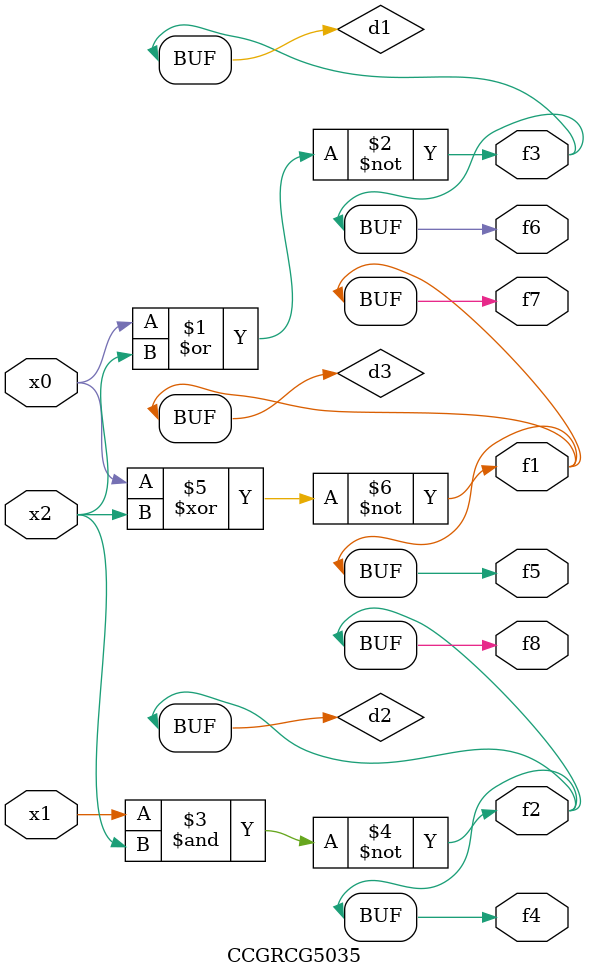
<source format=v>
module CCGRCG5035(
	input x0, x1, x2,
	output f1, f2, f3, f4, f5, f6, f7, f8
);

	wire d1, d2, d3;

	nor (d1, x0, x2);
	nand (d2, x1, x2);
	xnor (d3, x0, x2);
	assign f1 = d3;
	assign f2 = d2;
	assign f3 = d1;
	assign f4 = d2;
	assign f5 = d3;
	assign f6 = d1;
	assign f7 = d3;
	assign f8 = d2;
endmodule

</source>
